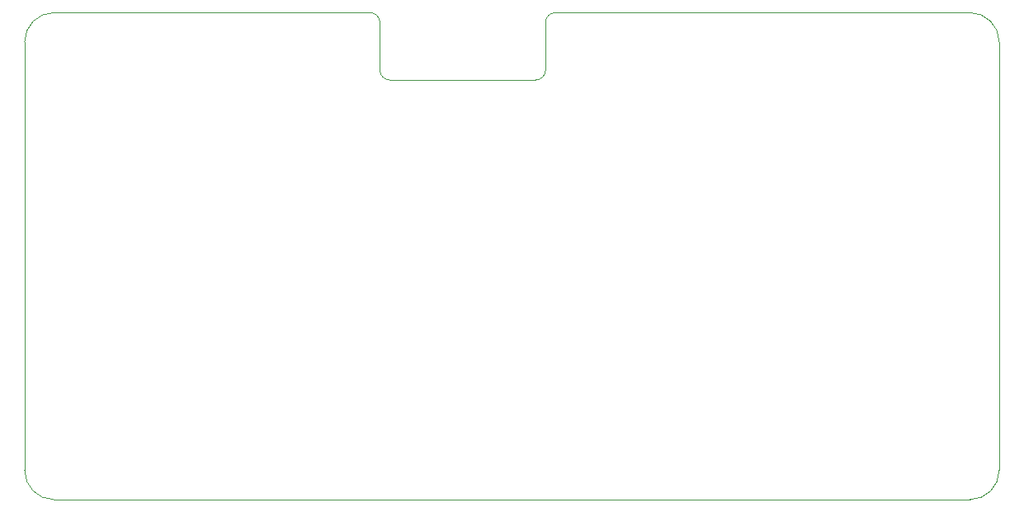
<source format=gbr>
%TF.GenerationSoftware,KiCad,Pcbnew,(5.99.0-9568-gb9d26a55f2)*%
%TF.CreationDate,2021-03-07T17:32:06+01:00*%
%TF.ProjectId,ESP-Hiro,4553502d-4869-4726-9f2e-6b696361645f,rev?*%
%TF.SameCoordinates,Original*%
%TF.FileFunction,Profile,NP*%
%FSLAX46Y46*%
G04 Gerber Fmt 4.6, Leading zero omitted, Abs format (unit mm)*
G04 Created by KiCad (PCBNEW (5.99.0-9568-gb9d26a55f2)) date 2021-03-07 17:32:06*
%MOMM*%
%LPD*%
G01*
G04 APERTURE LIST*
%TA.AperFunction,Profile*%
%ADD10C,0.050000*%
%TD*%
G04 APERTURE END LIST*
D10*
X100000000Y-127000000D02*
X100000000Y-83000000D01*
X200000000Y-127000000D02*
G75*
G02*
X197000000Y-130000000I-3000000J0D01*
G01*
X100000000Y-83000000D02*
G75*
G02*
X103000000Y-80000000I3000000J0D01*
G01*
X154450000Y-80000000D02*
G75*
G03*
X153450000Y-81000000I0J-1000000D01*
G01*
X197000000Y-80000000D02*
X154450000Y-80000000D01*
X100000000Y-127000000D02*
G75*
G03*
X103000000Y-130000000I3000000J0D01*
G01*
X200000000Y-83000000D02*
X200000000Y-127000000D01*
X153450000Y-85900000D02*
G75*
G02*
X152450000Y-86900000I-1000000J0D01*
G01*
X136450000Y-81000000D02*
G75*
G03*
X135450000Y-80000000I-1000000J0D01*
G01*
X197000000Y-80000000D02*
G75*
G02*
X200000000Y-83000000I0J-3000000D01*
G01*
X136450000Y-85900000D02*
X136450000Y-81000000D01*
X153450000Y-85900000D02*
X153450000Y-81000000D01*
X103000000Y-80000000D02*
X135450000Y-80000000D01*
X137450000Y-86900000D02*
G75*
G02*
X136450000Y-85900000I0J1000000D01*
G01*
X137450000Y-86900000D02*
X152450000Y-86900000D01*
X197000000Y-130000000D02*
X103000000Y-130000000D01*
M02*

</source>
